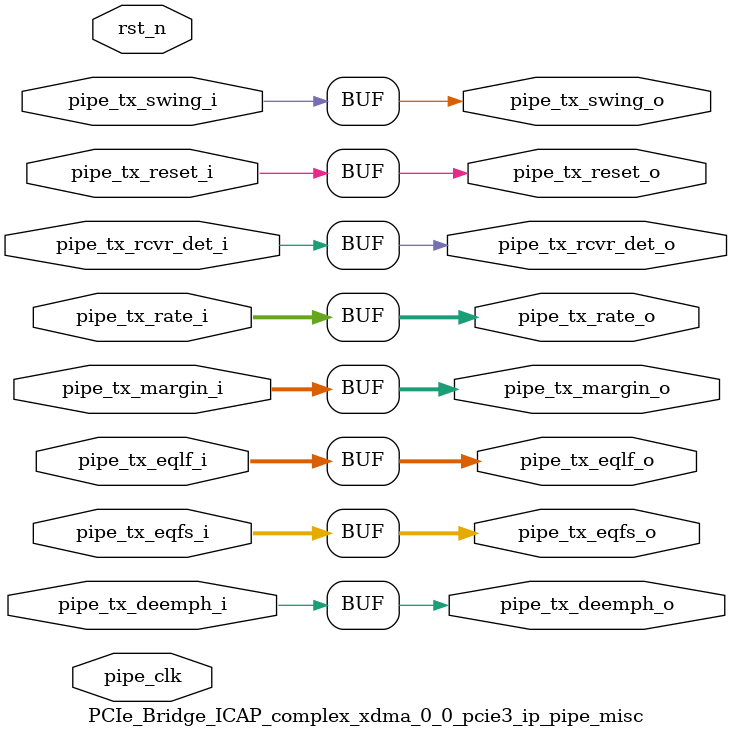
<source format=v>


`timescale 1ps/1ps

(* DowngradeIPIdentifiedWarnings = "yes" *)
module PCIe_Bridge_ICAP_complex_xdma_0_0_pcie3_ip_pipe_misc 
 #(
  parameter TCQ = 100,
  parameter PIPE_PIPELINE_STAGES = 0
  ) (
  input  wire         pipe_tx_rcvr_det_i,
  input  wire         pipe_tx_reset_i,
  input  wire   [1:0] pipe_tx_rate_i,
  input  wire         pipe_tx_deemph_i,
  input  wire   [2:0] pipe_tx_margin_i,
  input  wire         pipe_tx_swing_i,
  input  wire   [5:0] pipe_tx_eqfs_i,
  input  wire   [5:0] pipe_tx_eqlf_i,
  output wire         pipe_tx_rcvr_det_o,
  output wire         pipe_tx_reset_o,
  output wire   [1:0] pipe_tx_rate_o,
  output wire         pipe_tx_deemph_o,
  output wire   [2:0] pipe_tx_margin_o,
  output wire         pipe_tx_swing_o,
  output wire   [5:0] pipe_tx_eqfs_o,
  output wire   [5:0] pipe_tx_eqlf_o,
  input  wire         pipe_clk,
  input  wire         rst_n
  );

  reg                 pipe_tx_rcvr_det_q;
  reg                 pipe_tx_reset_q;
  reg           [1:0] pipe_tx_rate_q;
  reg                 pipe_tx_deemph_q;
  reg           [2:0] pipe_tx_margin_q;
  reg                 pipe_tx_swing_q;
  reg           [5:0] pipe_tx_eqfs_q;
  reg           [5:0] pipe_tx_eqlf_q;
  reg                 pipe_tx_rcvr_det_qq;
  reg                 pipe_tx_reset_qq;
  reg           [1:0] pipe_tx_rate_qq;
  reg                 pipe_tx_deemph_qq;
  reg           [2:0] pipe_tx_margin_qq;
  reg                 pipe_tx_swing_qq;
  reg           [5:0] pipe_tx_eqfs_qq;
  reg           [5:0] pipe_tx_eqlf_qq;

  generate
    if (PIPE_PIPELINE_STAGES == 0)
    begin : pipe_stages_0
      assign pipe_tx_rcvr_det_o = pipe_tx_rcvr_det_i;
      assign pipe_tx_reset_o = pipe_tx_reset_i;
      assign pipe_tx_rate_o = pipe_tx_rate_i;
      assign pipe_tx_deemph_o = pipe_tx_deemph_i;
      assign pipe_tx_margin_o = pipe_tx_margin_i;
      assign pipe_tx_swing_o = pipe_tx_swing_i;
      assign pipe_tx_eqfs_o = pipe_tx_eqfs_i;
      assign pipe_tx_eqlf_o = pipe_tx_eqlf_i;
    end
    else if (PIPE_PIPELINE_STAGES == 1)
    begin : pipe_stages_1
      always @(posedge pipe_clk)
      begin
        if (!rst_n)
        begin
          pipe_tx_rcvr_det_q <= #TCQ 1'b0;
          pipe_tx_reset_q <= #TCQ 1'b1;
          pipe_tx_rate_q <= #TCQ 2'b0;
          pipe_tx_deemph_q <= #TCQ 1'b1;
          pipe_tx_margin_q <= #TCQ 3'b0;
          pipe_tx_swing_q <= #TCQ 1'b0;
          pipe_tx_eqfs_q <= #TCQ 5'b0;
          pipe_tx_eqlf_q <= #TCQ 5'b0;
        end
        else
        begin
          pipe_tx_rcvr_det_q <= #TCQ pipe_tx_rcvr_det_i;
          pipe_tx_reset_q <= #TCQ pipe_tx_reset_i;
          pipe_tx_rate_q <= #TCQ pipe_tx_rate_i;
          pipe_tx_deemph_q <= #TCQ pipe_tx_deemph_i;
          pipe_tx_margin_q <= #TCQ pipe_tx_margin_i;
          pipe_tx_swing_q <= #TCQ pipe_tx_swing_i;
          pipe_tx_eqfs_q <= #TCQ pipe_tx_eqfs_i;
          pipe_tx_eqlf_q <= #TCQ pipe_tx_eqlf_i;
        end
      end
      assign pipe_tx_rcvr_det_o = pipe_tx_rcvr_det_q;
      assign pipe_tx_reset_o = pipe_tx_reset_q;
      assign pipe_tx_rate_o = pipe_tx_rate_q;
      assign pipe_tx_deemph_o = pipe_tx_deemph_q;
      assign pipe_tx_margin_o = pipe_tx_margin_q;
      assign pipe_tx_swing_o = pipe_tx_swing_q;
      assign pipe_tx_eqfs_o = pipe_tx_eqfs_q;
      assign pipe_tx_eqlf_o = pipe_tx_eqlf_q;
    end
    else if (PIPE_PIPELINE_STAGES == 2)
    begin : pipe_stages_2
      always @(posedge pipe_clk)
      begin
        if (!rst_n)
        begin
          pipe_tx_rcvr_det_q <= #TCQ 1'b0;
          pipe_tx_reset_q <= #TCQ 1'b1;
          pipe_tx_rate_q <= #TCQ 2'b0;
          pipe_tx_deemph_q <= #TCQ 1'b1;
          pipe_tx_margin_q <= #TCQ 1'b0;
          pipe_tx_swing_q <= #TCQ 1'b0;
          pipe_tx_eqfs_q <= #TCQ 5'b0;
          pipe_tx_eqlf_q <= #TCQ 5'b0;
          pipe_tx_rcvr_det_qq <= #TCQ 1'b0;
          pipe_tx_reset_qq <= #TCQ 1'b1;
          pipe_tx_rate_qq <= #TCQ 2'b0;
          pipe_tx_deemph_qq <= #TCQ 1'b1;
          pipe_tx_margin_qq <= #TCQ 1'b0;
          pipe_tx_swing_qq <= #TCQ 1'b0;
          pipe_tx_eqfs_qq <= #TCQ 5'b0;
          pipe_tx_eqlf_qq <= #TCQ 5'b0;
        end
        else
        begin
          pipe_tx_rcvr_det_q <= #TCQ pipe_tx_rcvr_det_i;
          pipe_tx_reset_q <= #TCQ pipe_tx_reset_i;
          pipe_tx_rate_q <= #TCQ pipe_tx_rate_i;
          pipe_tx_deemph_q <= #TCQ pipe_tx_deemph_i;
          pipe_tx_margin_q <= #TCQ pipe_tx_margin_i;
          pipe_tx_swing_q <= #TCQ pipe_tx_swing_i;
          pipe_tx_eqfs_q <= #TCQ pipe_tx_eqfs_i;
          pipe_tx_eqlf_q <= #TCQ pipe_tx_eqlf_i;
          pipe_tx_rcvr_det_qq <= #TCQ pipe_tx_rcvr_det_q;
          pipe_tx_reset_qq <= #TCQ pipe_tx_reset_q;
          pipe_tx_rate_qq <= #TCQ pipe_tx_rate_q;
          pipe_tx_deemph_qq <= #TCQ pipe_tx_deemph_q;
          pipe_tx_margin_qq <= #TCQ pipe_tx_margin_q;
          pipe_tx_swing_qq <= #TCQ pipe_tx_swing_q;
          pipe_tx_eqfs_qq <= #TCQ pipe_tx_eqfs_q;
          pipe_tx_eqlf_qq <= #TCQ pipe_tx_eqlf_q;
        end
      end
      assign pipe_tx_rcvr_det_o = pipe_tx_rcvr_det_qq;
      assign pipe_tx_reset_o = pipe_tx_reset_qq;
      assign pipe_tx_rate_o = pipe_tx_rate_qq;
      assign pipe_tx_deemph_o = pipe_tx_deemph_qq;
      assign pipe_tx_margin_o = pipe_tx_margin_qq;
      assign pipe_tx_swing_o = pipe_tx_swing_qq;
      assign pipe_tx_eqfs_o = pipe_tx_eqfs_qq;
      assign pipe_tx_eqlf_o = pipe_tx_eqlf_qq;
    end
    else
    begin
      assign pipe_tx_rcvr_det_o = pipe_tx_rcvr_det_i;
      assign pipe_tx_reset_o = pipe_tx_reset_i;
      assign pipe_tx_rate_o = pipe_tx_rate_i;
      assign pipe_tx_deemph_o = pipe_tx_deemph_i;
      assign pipe_tx_margin_o = pipe_tx_margin_i;
      assign pipe_tx_swing_o = pipe_tx_swing_i;
      assign pipe_tx_eqfs_o = pipe_tx_eqfs_i;
      assign pipe_tx_eqlf_o = pipe_tx_eqlf_i;
    end
  endgenerate

endmodule

</source>
